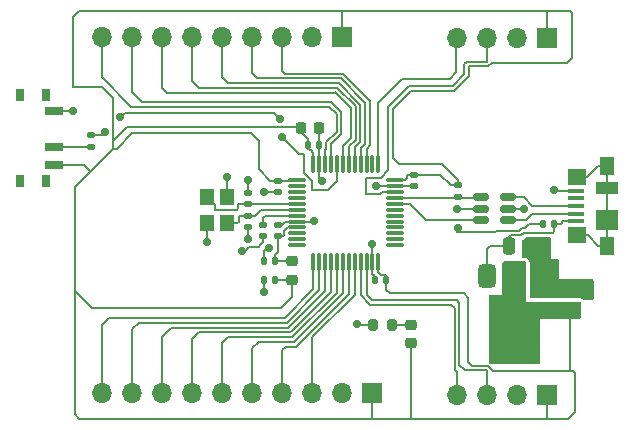
<source format=gbr>
%TF.GenerationSoftware,KiCad,Pcbnew,8.0.5*%
%TF.CreationDate,2024-10-20T15:16:03+03:00*%
%TF.ProjectId,FirstTrace,46697273-7454-4726-9163-652e6b696361,rev?*%
%TF.SameCoordinates,Original*%
%TF.FileFunction,Copper,L1,Top*%
%TF.FilePolarity,Positive*%
%FSLAX46Y46*%
G04 Gerber Fmt 4.6, Leading zero omitted, Abs format (unit mm)*
G04 Created by KiCad (PCBNEW 8.0.5) date 2024-10-20 15:16:03*
%MOMM*%
%LPD*%
G01*
G04 APERTURE LIST*
G04 Aperture macros list*
%AMRoundRect*
0 Rectangle with rounded corners*
0 $1 Rounding radius*
0 $2 $3 $4 $5 $6 $7 $8 $9 X,Y pos of 4 corners*
0 Add a 4 corners polygon primitive as box body*
4,1,4,$2,$3,$4,$5,$6,$7,$8,$9,$2,$3,0*
0 Add four circle primitives for the rounded corners*
1,1,$1+$1,$2,$3*
1,1,$1+$1,$4,$5*
1,1,$1+$1,$6,$7*
1,1,$1+$1,$8,$9*
0 Add four rect primitives between the rounded corners*
20,1,$1+$1,$2,$3,$4,$5,0*
20,1,$1+$1,$4,$5,$6,$7,0*
20,1,$1+$1,$6,$7,$8,$9,0*
20,1,$1+$1,$8,$9,$2,$3,0*%
G04 Aperture macros list end*
%TA.AperFunction,SMDPad,CuDef*%
%ADD10RoundRect,0.140000X-0.170000X0.140000X-0.170000X-0.140000X0.170000X-0.140000X0.170000X0.140000X0*%
%TD*%
%TA.AperFunction,SMDPad,CuDef*%
%ADD11R,0.800000X1.000000*%
%TD*%
%TA.AperFunction,SMDPad,CuDef*%
%ADD12R,1.500000X0.700000*%
%TD*%
%TA.AperFunction,ComponentPad*%
%ADD13R,1.700000X1.700000*%
%TD*%
%TA.AperFunction,ComponentPad*%
%ADD14O,1.700000X1.700000*%
%TD*%
%TA.AperFunction,SMDPad,CuDef*%
%ADD15RoundRect,0.375000X-0.375000X0.625000X-0.375000X-0.625000X0.375000X-0.625000X0.375000X0.625000X0*%
%TD*%
%TA.AperFunction,SMDPad,CuDef*%
%ADD16RoundRect,0.500000X-1.400000X0.500000X-1.400000X-0.500000X1.400000X-0.500000X1.400000X0.500000X0*%
%TD*%
%TA.AperFunction,SMDPad,CuDef*%
%ADD17R,1.200000X1.400000*%
%TD*%
%TA.AperFunction,SMDPad,CuDef*%
%ADD18RoundRect,0.250000X0.475000X-0.250000X0.475000X0.250000X-0.475000X0.250000X-0.475000X-0.250000X0*%
%TD*%
%TA.AperFunction,SMDPad,CuDef*%
%ADD19RoundRect,0.135000X-0.185000X0.135000X-0.185000X-0.135000X0.185000X-0.135000X0.185000X0.135000X0*%
%TD*%
%TA.AperFunction,SMDPad,CuDef*%
%ADD20RoundRect,0.218750X-0.256250X0.218750X-0.256250X-0.218750X0.256250X-0.218750X0.256250X0.218750X0*%
%TD*%
%TA.AperFunction,SMDPad,CuDef*%
%ADD21RoundRect,0.200000X0.200000X0.275000X-0.200000X0.275000X-0.200000X-0.275000X0.200000X-0.275000X0*%
%TD*%
%TA.AperFunction,SMDPad,CuDef*%
%ADD22RoundRect,0.150000X-0.512500X-0.150000X0.512500X-0.150000X0.512500X0.150000X-0.512500X0.150000X0*%
%TD*%
%TA.AperFunction,SMDPad,CuDef*%
%ADD23RoundRect,0.140000X0.140000X0.170000X-0.140000X0.170000X-0.140000X-0.170000X0.140000X-0.170000X0*%
%TD*%
%TA.AperFunction,SMDPad,CuDef*%
%ADD24R,1.380000X0.450000*%
%TD*%
%TA.AperFunction,SMDPad,CuDef*%
%ADD25R,1.300000X1.650000*%
%TD*%
%TA.AperFunction,SMDPad,CuDef*%
%ADD26R,1.550000X1.425000*%
%TD*%
%TA.AperFunction,SMDPad,CuDef*%
%ADD27R,1.900000X1.800000*%
%TD*%
%TA.AperFunction,SMDPad,CuDef*%
%ADD28R,1.900000X1.000000*%
%TD*%
%TA.AperFunction,SMDPad,CuDef*%
%ADD29RoundRect,0.075000X-0.662500X-0.075000X0.662500X-0.075000X0.662500X0.075000X-0.662500X0.075000X0*%
%TD*%
%TA.AperFunction,SMDPad,CuDef*%
%ADD30RoundRect,0.075000X-0.075000X-0.662500X0.075000X-0.662500X0.075000X0.662500X-0.075000X0.662500X0*%
%TD*%
%TA.AperFunction,SMDPad,CuDef*%
%ADD31RoundRect,0.140000X0.170000X-0.140000X0.170000X0.140000X-0.170000X0.140000X-0.170000X-0.140000X0*%
%TD*%
%TA.AperFunction,SMDPad,CuDef*%
%ADD32RoundRect,0.140000X-0.140000X-0.170000X0.140000X-0.170000X0.140000X0.170000X-0.140000X0.170000X0*%
%TD*%
%TA.AperFunction,SMDPad,CuDef*%
%ADD33RoundRect,0.225000X-0.225000X-0.250000X0.225000X-0.250000X0.225000X0.250000X-0.225000X0.250000X0*%
%TD*%
%TA.AperFunction,SMDPad,CuDef*%
%ADD34RoundRect,0.135000X0.185000X-0.135000X0.185000X0.135000X-0.185000X0.135000X-0.185000X-0.135000X0*%
%TD*%
%TA.AperFunction,SMDPad,CuDef*%
%ADD35RoundRect,0.250000X-0.250000X-0.475000X0.250000X-0.475000X0.250000X0.475000X-0.250000X0.475000X0*%
%TD*%
%TA.AperFunction,SMDPad,CuDef*%
%ADD36RoundRect,0.147500X0.147500X0.172500X-0.147500X0.172500X-0.147500X-0.172500X0.147500X-0.172500X0*%
%TD*%
%TA.AperFunction,ViaPad*%
%ADD37C,0.700000*%
%TD*%
%TA.AperFunction,Conductor*%
%ADD38C,0.200000*%
%TD*%
G04 APERTURE END LIST*
D10*
%TO.P,C1,1*%
%TO.N,+3.3V*%
X156580000Y-96840000D03*
%TO.P,C1,2*%
%TO.N,GND*%
X156580000Y-97800000D03*
%TD*%
D11*
%TO.P,SW1,*%
%TO.N,*%
X136965000Y-89580000D03*
X134755000Y-89580000D03*
X136965000Y-96880000D03*
X134755000Y-96880000D03*
D12*
%TO.P,SW1,1,A*%
%TO.N,GND*%
X137615000Y-90980000D03*
%TO.P,SW1,2,B*%
%TO.N,/SW_BOOT0*%
X137615000Y-93980000D03*
%TO.P,SW1,3,C*%
%TO.N,+3.3V*%
X137615000Y-95480000D03*
%TD*%
D13*
%TO.P,J3,1,Pin_1*%
%TO.N,+3.3V*%
X162060000Y-84720000D03*
D14*
%TO.P,J3,2,Pin_2*%
%TO.N,GND*%
X159520000Y-84720000D03*
%TO.P,J3,3,Pin_3*%
%TO.N,PB3*%
X156980000Y-84720000D03*
%TO.P,J3,4,Pin_4*%
%TO.N,PB4*%
X154440000Y-84720000D03*
%TO.P,J3,5,Pin_5*%
%TO.N,PB5*%
X151900000Y-84720000D03*
%TO.P,J3,6,Pin_6*%
%TO.N,PB6*%
X149360000Y-84720000D03*
%TO.P,J3,7,Pin_7*%
%TO.N,PB7*%
X146820000Y-84720000D03*
%TO.P,J3,8,Pin_8*%
%TO.N,PB8*%
X144280000Y-84720000D03*
%TO.P,J3,9,Pin_9*%
%TO.N,PB9*%
X141740000Y-84720000D03*
%TD*%
D15*
%TO.P,U3,1,GND*%
%TO.N,GND*%
X178930000Y-104890000D03*
%TO.P,U3,2,VO*%
%TO.N,+3.3V*%
X176630000Y-104890000D03*
D16*
X176630000Y-111190000D03*
D15*
%TO.P,U3,3,VI*%
%TO.N,VBUS*%
X174330000Y-104890000D03*
%TD*%
D17*
%TO.P,Y1,1,1*%
%TO.N,/HSE_IN*%
X150600000Y-98210000D03*
%TO.P,Y1,2,2*%
%TO.N,GND*%
X150600000Y-100410000D03*
%TO.P,Y1,3,3*%
%TO.N,/HSE_OUT*%
X152300000Y-100410000D03*
%TO.P,Y1,4,4*%
%TO.N,GND*%
X152300000Y-98210000D03*
%TD*%
D18*
%TO.P,C13,1*%
%TO.N,+3.3V*%
X181350000Y-108000000D03*
%TO.P,C13,2*%
%TO.N,GND*%
X181350000Y-106100000D03*
%TD*%
D19*
%TO.P,R2,1*%
%TO.N,+3.3V*%
X171840000Y-97250000D03*
%TO.P,R2,2*%
%TO.N,USB_D+*%
X171840000Y-98270000D03*
%TD*%
D20*
%TO.P,FB1,1*%
%TO.N,+3.3VA*%
X157790000Y-103672500D03*
%TO.P,FB1,2*%
%TO.N,+3.3V*%
X157790000Y-105247500D03*
%TD*%
D21*
%TO.P,R3,1*%
%TO.N,Net-(D1-K)*%
X166300000Y-109030000D03*
%TO.P,R3,2*%
%TO.N,GND*%
X164650000Y-109030000D03*
%TD*%
D22*
%TO.P,U2,1,I/O1*%
%TO.N,USB_D+*%
X173792500Y-98270000D03*
%TO.P,U2,2,GND*%
%TO.N,+5V*%
X173792500Y-99220000D03*
%TO.P,U2,3,I/O2*%
%TO.N,USB_D-*%
X173792500Y-100170000D03*
%TO.P,U2,4,I/O2*%
%TO.N,D-*%
X176067500Y-100170000D03*
%TO.P,U2,5,VBUS*%
%TO.N,GND*%
X176067500Y-99220000D03*
%TO.P,U2,6,I/O1*%
%TO.N,D+*%
X176067500Y-98270000D03*
%TD*%
D23*
%TO.P,C10,1*%
%TO.N,+3.3VA*%
X156400000Y-103670000D03*
%TO.P,C10,2*%
%TO.N,GND*%
X155440000Y-103670000D03*
%TD*%
D20*
%TO.P,D1,1,K*%
%TO.N,Net-(D1-K)*%
X167870000Y-109050000D03*
%TO.P,D1,2,A*%
%TO.N,+3.3V*%
X167870000Y-110625000D03*
%TD*%
D24*
%TO.P,J1,1,VBUS*%
%TO.N,VBUS*%
X181805000Y-100302500D03*
%TO.P,J1,2,D-*%
%TO.N,D-*%
X181805000Y-99652500D03*
%TO.P,J1,3,D+*%
%TO.N,D+*%
X181805000Y-99002500D03*
%TO.P,J1,4,ID*%
%TO.N,unconnected-(J1-ID-Pad4)*%
X181805000Y-98352500D03*
%TO.P,J1,5,GND*%
%TO.N,GND*%
X181805000Y-97702500D03*
D25*
%TO.P,J1,6,Shield*%
%TO.N,unconnected-(J1-Shield-Pad6)_2*%
X184465000Y-102377500D03*
D26*
X181890000Y-101490000D03*
D27*
X184465000Y-100152500D03*
D28*
X184465000Y-97452500D03*
D26*
X181890000Y-96515000D03*
D25*
X184465000Y-95627500D03*
%TD*%
D29*
%TO.P,U1,1,VBAT*%
%TO.N,+3.3V*%
X158197500Y-96810000D03*
%TO.P,U1,2,PC13*%
%TO.N,unconnected-(U1-PC13-Pad2)*%
X158197500Y-97310000D03*
%TO.P,U1,3,PC14*%
%TO.N,unconnected-(U1-PC14-Pad3)*%
X158197500Y-97810000D03*
%TO.P,U1,4,PC15*%
%TO.N,unconnected-(U1-PC15-Pad4)*%
X158197500Y-98310000D03*
%TO.P,U1,5,PD0*%
%TO.N,/HSE_IN*%
X158197500Y-98810000D03*
%TO.P,U1,6,PD1*%
%TO.N,/HSE_OUT*%
X158197500Y-99310000D03*
%TO.P,U1,7,NRST*%
%TO.N,/NRST*%
X158197500Y-99810000D03*
%TO.P,U1,8,VSSA*%
%TO.N,GND*%
X158197500Y-100310000D03*
%TO.P,U1,9,VDDA*%
%TO.N,+3.3VA*%
X158197500Y-100810000D03*
%TO.P,U1,10,PA0*%
%TO.N,unconnected-(U1-PA0-Pad10)*%
X158197500Y-101310000D03*
%TO.P,U1,11,PA1*%
%TO.N,unconnected-(U1-PA1-Pad11)*%
X158197500Y-101810000D03*
%TO.P,U1,12,PA2*%
%TO.N,unconnected-(U1-PA2-Pad12)*%
X158197500Y-102310000D03*
D30*
%TO.P,U1,13,PA3*%
%TO.N,PA3*%
X159610000Y-103722500D03*
%TO.P,U1,14,PA4*%
%TO.N,PA4*%
X160110000Y-103722500D03*
%TO.P,U1,15,PA5*%
%TO.N,PA5*%
X160610000Y-103722500D03*
%TO.P,U1,16,PA6*%
%TO.N,PA6*%
X161110000Y-103722500D03*
%TO.P,U1,17,PA7*%
%TO.N,PA7*%
X161610000Y-103722500D03*
%TO.P,U1,18,PB0*%
%TO.N,PB0*%
X162110000Y-103722500D03*
%TO.P,U1,19,PB1*%
%TO.N,PB1*%
X162610000Y-103722500D03*
%TO.P,U1,20,PB2*%
%TO.N,PB2*%
X163110000Y-103722500D03*
%TO.P,U1,21,PB10*%
%TO.N,PB10*%
X163610000Y-103722500D03*
%TO.P,U1,22,PB11*%
%TO.N,PB11*%
X164110000Y-103722500D03*
%TO.P,U1,23,VSS*%
%TO.N,GND*%
X164610000Y-103722500D03*
%TO.P,U1,24,VDD*%
%TO.N,+3.3V*%
X165110000Y-103722500D03*
D29*
%TO.P,U1,25,PB12*%
%TO.N,unconnected-(U1-PB12-Pad25)*%
X166522500Y-102310000D03*
%TO.P,U1,26,PB13*%
%TO.N,unconnected-(U1-PB13-Pad26)*%
X166522500Y-101810000D03*
%TO.P,U1,27,PB14*%
%TO.N,unconnected-(U1-PB14-Pad27)*%
X166522500Y-101310000D03*
%TO.P,U1,28,PB15*%
%TO.N,unconnected-(U1-PB15-Pad28)*%
X166522500Y-100810000D03*
%TO.P,U1,29,PA8*%
%TO.N,unconnected-(U1-PA8-Pad29)*%
X166522500Y-100310000D03*
%TO.P,U1,30,PA9*%
%TO.N,unconnected-(U1-PA9-Pad30)*%
X166522500Y-99810000D03*
%TO.P,U1,31,PA10*%
%TO.N,unconnected-(U1-PA10-Pad31)*%
X166522500Y-99310000D03*
%TO.P,U1,32,PA11*%
%TO.N,USB_D-*%
X166522500Y-98810000D03*
%TO.P,U1,33,PA12*%
%TO.N,USB_D+*%
X166522500Y-98310000D03*
%TO.P,U1,34,PA13*%
%TO.N,SWDIO*%
X166522500Y-97810000D03*
%TO.P,U1,35,VSS*%
%TO.N,GND*%
X166522500Y-97310000D03*
%TO.P,U1,36,VDD*%
%TO.N,+3.3V*%
X166522500Y-96810000D03*
D30*
%TO.P,U1,37,PA14*%
%TO.N,SWCLK*%
X165110000Y-95397500D03*
%TO.P,U1,38,PA15*%
%TO.N,unconnected-(U1-PA15-Pad38)*%
X164610000Y-95397500D03*
%TO.P,U1,39,PB3*%
%TO.N,PB3*%
X164110000Y-95397500D03*
%TO.P,U1,40,PB4*%
%TO.N,PB4*%
X163610000Y-95397500D03*
%TO.P,U1,41,PB5*%
%TO.N,PB5*%
X163110000Y-95397500D03*
%TO.P,U1,42,PB6*%
%TO.N,PB6*%
X162610000Y-95397500D03*
%TO.P,U1,43,PB7*%
%TO.N,PB7*%
X162110000Y-95397500D03*
%TO.P,U1,44,BOOT0*%
%TO.N,/BOOT0*%
X161610000Y-95397500D03*
%TO.P,U1,45,PB8*%
%TO.N,PB8*%
X161110000Y-95397500D03*
%TO.P,U1,46,PB9*%
%TO.N,PB9*%
X160610000Y-95397500D03*
%TO.P,U1,47,VSS*%
%TO.N,GND*%
X160110000Y-95397500D03*
%TO.P,U1,48,VDD*%
%TO.N,+3.3V*%
X159610000Y-95397500D03*
%TD*%
D23*
%TO.P,C11,1*%
%TO.N,+3.3V*%
X156400000Y-105240000D03*
%TO.P,C11,2*%
%TO.N,GND*%
X155440000Y-105240000D03*
%TD*%
D13*
%TO.P,J4,1,Pin_1*%
%TO.N,+3.3V*%
X179350000Y-114980000D03*
D14*
%TO.P,J4,2,Pin_2*%
%TO.N,GND*%
X176810000Y-114980000D03*
%TO.P,J4,3,Pin_3*%
%TO.N,PB11*%
X174270000Y-114980000D03*
%TO.P,J4,4,Pin_4*%
%TO.N,PB10*%
X171730000Y-114980000D03*
%TD*%
D31*
%TO.P,C7,1*%
%TO.N,/HSE_IN*%
X154080000Y-98850000D03*
%TO.P,C7,2*%
%TO.N,GND*%
X154080000Y-97890000D03*
%TD*%
D10*
%TO.P,C3,1*%
%TO.N,+3.3V*%
X168120000Y-96370000D03*
%TO.P,C3,2*%
%TO.N,GND*%
X168120000Y-97330000D03*
%TD*%
D32*
%TO.P,C4,1*%
%TO.N,+3.3V*%
X159160000Y-93800000D03*
%TO.P,C4,2*%
%TO.N,GND*%
X160120000Y-93800000D03*
%TD*%
D33*
%TO.P,C5,1*%
%TO.N,+3.3V*%
X158560000Y-92430000D03*
%TO.P,C5,2*%
%TO.N,GND*%
X160110000Y-92430000D03*
%TD*%
D10*
%TO.P,C8,1*%
%TO.N,/HSE_OUT*%
X154110000Y-99800000D03*
%TO.P,C8,2*%
%TO.N,GND*%
X154110000Y-100760000D03*
%TD*%
D34*
%TO.P,R1,1*%
%TO.N,/SW_BOOT0*%
X140770000Y-93980000D03*
%TO.P,R1,2*%
%TO.N,/BOOT0*%
X140770000Y-92960000D03*
%TD*%
D31*
%TO.P,C9,1*%
%TO.N,+3.3VA*%
X156610000Y-101560000D03*
%TO.P,C9,2*%
%TO.N,GND*%
X156610000Y-100600000D03*
%TD*%
D35*
%TO.P,C12,1*%
%TO.N,VBUS*%
X176190000Y-102410000D03*
%TO.P,C12,2*%
%TO.N,GND*%
X178090000Y-102410000D03*
%TD*%
D13*
%TO.P,J2,1,Pin_1*%
%TO.N,+3.3V*%
X179350000Y-84730000D03*
D14*
%TO.P,J2,2,Pin_2*%
%TO.N,GND*%
X176810000Y-84730000D03*
%TO.P,J2,3,Pin_3*%
%TO.N,SWDIO*%
X174270000Y-84730000D03*
%TO.P,J2,4,Pin_4*%
%TO.N,SWCLK*%
X171730000Y-84730000D03*
%TD*%
D10*
%TO.P,C6,1*%
%TO.N,/NRST*%
X155380000Y-100580000D03*
%TO.P,C6,2*%
%TO.N,GND*%
X155380000Y-101540000D03*
%TD*%
D36*
%TO.P,F1,1*%
%TO.N,VBUS*%
X180010000Y-100490000D03*
%TO.P,F1,2*%
%TO.N,+5V*%
X179040000Y-100490000D03*
%TD*%
D13*
%TO.P,J5,1,Pin_1*%
%TO.N,+3.3V*%
X164610000Y-114830000D03*
D14*
%TO.P,J5,2,Pin_2*%
%TO.N,GND*%
X162070000Y-114830000D03*
%TO.P,J5,3,Pin_3*%
%TO.N,PB2*%
X159530000Y-114830000D03*
%TO.P,J5,4,Pin_4*%
%TO.N,PB1*%
X156990000Y-114830000D03*
%TO.P,J5,5,Pin_5*%
%TO.N,PB0*%
X154450000Y-114830000D03*
%TO.P,J5,6,Pin_6*%
%TO.N,PA7*%
X151910000Y-114830000D03*
%TO.P,J5,7,Pin_7*%
%TO.N,PA6*%
X149370000Y-114830000D03*
%TO.P,J5,8,Pin_8*%
%TO.N,PA5*%
X146830000Y-114830000D03*
%TO.P,J5,9,Pin_9*%
%TO.N,PA4*%
X144290000Y-114830000D03*
%TO.P,J5,10,Pin_10*%
%TO.N,PA3*%
X141750000Y-114830000D03*
%TD*%
D23*
%TO.P,C2,1*%
%TO.N,+3.3V*%
X165800000Y-105260000D03*
%TO.P,C2,2*%
%TO.N,GND*%
X164840000Y-105260000D03*
%TD*%
D37*
%TO.N,GND*%
X179440000Y-106400000D03*
X179360000Y-102770000D03*
X180020000Y-97680000D03*
X153580000Y-102810000D03*
X179340000Y-102040000D03*
X163340000Y-109020000D03*
X152310000Y-96540000D03*
X164930000Y-97320000D03*
X177440380Y-99209620D03*
X154110000Y-101780000D03*
X155430000Y-97800000D03*
X164590000Y-102240000D03*
X150630000Y-102050000D03*
X139250000Y-90970000D03*
X178660000Y-106410000D03*
X182880000Y-106110000D03*
X155430000Y-106310000D03*
X159670000Y-100300000D03*
X160370000Y-96880000D03*
X155860000Y-102560000D03*
X154070000Y-96820000D03*
%TO.N,/BOOT0*%
X141980000Y-92770000D03*
X156820000Y-91640000D03*
X156990000Y-93170000D03*
X143280000Y-91490000D03*
%TO.N,+5V*%
X171810000Y-99270000D03*
X171820000Y-100820000D03*
%TD*%
D38*
%TO.N,+3.3V*%
X139760000Y-116990000D02*
X139400000Y-116630000D01*
X172740000Y-111670000D02*
X172740000Y-112240000D01*
X174715685Y-86880000D02*
X181050000Y-86880000D01*
X167600000Y-96370000D02*
X167560000Y-96410000D01*
X142630000Y-94170000D02*
X142630000Y-93470000D01*
X159420000Y-94290000D02*
X159310000Y-94290000D01*
X181780000Y-116420000D02*
X181210000Y-116990000D01*
X167720000Y-116990000D02*
X164580000Y-116990000D01*
X155970000Y-96840000D02*
X155030000Y-95900000D01*
X156840000Y-107620000D02*
X140830000Y-107620000D01*
X171230000Y-97250000D02*
X170350000Y-96370000D01*
X167872843Y-89242843D02*
X171542843Y-89242843D01*
X142950000Y-94170000D02*
X142630000Y-94170000D01*
X167560000Y-96600000D02*
X167350000Y-96810000D01*
X139780000Y-82480000D02*
X162020000Y-82480000D01*
X171840000Y-96790000D02*
X170470000Y-95420000D01*
X139240000Y-83020000D02*
X139780000Y-82480000D01*
X179350000Y-82670000D02*
X179350000Y-84730000D01*
X181350000Y-112930000D02*
X181610000Y-112930000D01*
X166100000Y-106370000D02*
X172340000Y-106370000D01*
X158850000Y-92290000D02*
X143810000Y-92290000D01*
X168170000Y-116990000D02*
X167890000Y-116990000D01*
X140690000Y-95990000D02*
X140180000Y-95480000D01*
X165800000Y-105260000D02*
X165800000Y-106070000D01*
X167890000Y-116990000D02*
X167720000Y-116990000D01*
X166850000Y-95420000D02*
X166370000Y-94940000D01*
X174435685Y-87160000D02*
X174715685Y-86880000D01*
X181350000Y-112510000D02*
X181350000Y-112770000D01*
X172790000Y-87995686D02*
X172790000Y-87180000D01*
X179340000Y-116990000D02*
X168170000Y-116990000D01*
X171840000Y-97250000D02*
X171840000Y-96790000D01*
X181490000Y-82630000D02*
X181340000Y-82480000D01*
X165800000Y-106070000D02*
X166100000Y-106370000D01*
X171542843Y-89242843D02*
X172790000Y-87995686D01*
X172810000Y-87160000D02*
X174435685Y-87160000D01*
X140180000Y-95480000D02*
X139390000Y-95480000D01*
X165110000Y-104593866D02*
X165336134Y-104820000D01*
X162020000Y-82480000D02*
X179380000Y-82480000D01*
X154330000Y-92830000D02*
X144290000Y-92830000D01*
X170470000Y-95420000D02*
X166850000Y-95420000D01*
X144290000Y-92830000D02*
X142950000Y-94170000D01*
X162060000Y-84720000D02*
X162060000Y-82520000D01*
X181050000Y-86880000D02*
X181490000Y-86440000D01*
X165740000Y-104820000D02*
X165800000Y-104880000D01*
X158167500Y-96840000D02*
X158197500Y-96810000D01*
X167560000Y-96410000D02*
X167560000Y-96600000D01*
X164610000Y-116860000D02*
X164610000Y-114830000D01*
X155030000Y-93530000D02*
X154330000Y-92830000D01*
X181210000Y-116990000D02*
X179340000Y-116990000D01*
X172730000Y-106760000D02*
X172730000Y-111660000D01*
X179380000Y-82640000D02*
X179350000Y-82670000D01*
X172340000Y-106370000D02*
X172730000Y-106760000D01*
X170350000Y-96370000D02*
X168120000Y-96370000D01*
X173010000Y-112510000D02*
X174395686Y-112510000D01*
X159160000Y-93800000D02*
X159160000Y-93350000D01*
X139400000Y-116630000D02*
X139400000Y-106190000D01*
X181490000Y-86440000D02*
X181490000Y-82630000D01*
X156580000Y-96840000D02*
X155970000Y-96840000D01*
X159310000Y-94290000D02*
X159160000Y-94140000D01*
X140810000Y-95990000D02*
X140690000Y-95990000D01*
X140830000Y-107620000D02*
X139400000Y-106190000D01*
X139400000Y-97400000D02*
X140810000Y-95990000D01*
X164580000Y-116990000D02*
X139760000Y-116990000D01*
X162060000Y-82520000D02*
X162020000Y-82480000D01*
X156400000Y-105240000D02*
X157782500Y-105240000D01*
X157790000Y-105247500D02*
X157790000Y-106670000D01*
X181340000Y-82480000D02*
X179380000Y-82480000D01*
X181350000Y-112770000D02*
X181350000Y-112930000D01*
X168120000Y-96370000D02*
X167600000Y-96370000D01*
X142630000Y-94170000D02*
X140810000Y-95990000D01*
X142630000Y-89890000D02*
X141680000Y-88940000D01*
X155030000Y-95900000D02*
X155030000Y-93530000D01*
X159610000Y-95397500D02*
X159610000Y-94480000D01*
X172740000Y-112240000D02*
X173010000Y-112510000D01*
X157782500Y-105240000D02*
X157790000Y-105247500D01*
X165800000Y-104880000D02*
X165800000Y-105260000D01*
X156580000Y-96840000D02*
X158167500Y-96840000D01*
X164580000Y-116890000D02*
X164610000Y-116860000D01*
X167350000Y-96810000D02*
X166522500Y-96810000D01*
X137615000Y-95480000D02*
X139390000Y-95480000D01*
X179350000Y-114980000D02*
X179350000Y-116980000D01*
X157790000Y-106670000D02*
X156840000Y-107620000D01*
X139240000Y-88940000D02*
X139240000Y-83020000D01*
X165110000Y-103722500D02*
X165110000Y-104593866D01*
X139400000Y-106190000D02*
X139400000Y-97400000D01*
X167870000Y-110625000D02*
X167870000Y-116970000D01*
X142630000Y-93470000D02*
X142630000Y-89890000D01*
X174395686Y-112510000D02*
X174815686Y-112930000D01*
X181780000Y-113100000D02*
X181780000Y-116420000D01*
X181610000Y-112930000D02*
X181780000Y-113100000D01*
X166370000Y-90745686D02*
X167872843Y-89242843D01*
X158560000Y-92750000D02*
X158560000Y-92430000D01*
X159160000Y-93350000D02*
X158560000Y-92750000D01*
X171840000Y-97250000D02*
X171230000Y-97250000D01*
X172730000Y-111660000D02*
X172740000Y-111670000D01*
X172790000Y-87180000D02*
X172810000Y-87160000D01*
X165336134Y-104820000D02*
X165740000Y-104820000D01*
X181350000Y-108000000D02*
X181350000Y-112510000D01*
X159610000Y-94480000D02*
X159420000Y-94290000D01*
X179350000Y-116980000D02*
X179340000Y-116990000D01*
X174815686Y-112930000D02*
X181350000Y-112930000D01*
X141680000Y-88940000D02*
X139240000Y-88940000D01*
X167870000Y-116970000D02*
X167890000Y-116990000D01*
X179380000Y-82480000D02*
X179380000Y-82640000D01*
X164580000Y-116990000D02*
X164580000Y-116890000D01*
X166370000Y-94940000D02*
X166370000Y-90745686D01*
X143810000Y-92290000D02*
X142630000Y-93470000D01*
X159160000Y-94140000D02*
X159160000Y-93800000D01*
%TO.N,GND*%
X150610000Y-101810000D02*
X150610000Y-102030000D01*
X137615000Y-90980000D02*
X139240000Y-90980000D01*
X155440000Y-102830000D02*
X155430000Y-102820000D01*
X155440000Y-106300000D02*
X155430000Y-106310000D01*
X154080000Y-97890000D02*
X154080000Y-97080000D01*
X150600000Y-100410000D02*
X150600000Y-101800000D01*
X155380000Y-102040000D02*
X155120000Y-102300000D01*
X152300000Y-96550000D02*
X152310000Y-96540000D01*
X160110000Y-95397500D02*
X160110000Y-93810000D01*
X154110000Y-100760000D02*
X154110000Y-101780000D01*
X180042500Y-97702500D02*
X180020000Y-97680000D01*
X164610000Y-103722500D02*
X164610000Y-104730000D01*
X160120000Y-93800000D02*
X160120000Y-93280000D01*
X154070000Y-97070000D02*
X154070000Y-96820000D01*
X163350000Y-109030000D02*
X163340000Y-109020000D01*
X168120000Y-97330000D02*
X166542500Y-97330000D01*
X155440000Y-105240000D02*
X155440000Y-106300000D01*
X156940000Y-100600000D02*
X157230000Y-100310000D01*
X176067500Y-99220000D02*
X177430000Y-99220000D01*
X160110000Y-93810000D02*
X160120000Y-93800000D01*
X150600000Y-101800000D02*
X150610000Y-101810000D01*
X164610000Y-102260000D02*
X164590000Y-102240000D01*
X164840000Y-104960000D02*
X164840000Y-105260000D01*
X152300000Y-98210000D02*
X152300000Y-96690000D01*
X155610000Y-97800000D02*
X155430000Y-97800000D01*
X155120000Y-102300000D02*
X154980000Y-102440000D01*
X164940000Y-97310000D02*
X164930000Y-97320000D01*
X156580000Y-97800000D02*
X155610000Y-97800000D01*
X153830000Y-102810000D02*
X153580000Y-102810000D01*
X154200000Y-102440000D02*
X153830000Y-102810000D01*
X155380000Y-101540000D02*
X155380000Y-102040000D01*
X166522500Y-97310000D02*
X164940000Y-97310000D01*
X157230000Y-100310000D02*
X158197500Y-100310000D01*
X164610000Y-103722500D02*
X164610000Y-102260000D01*
X139240000Y-90980000D02*
X139250000Y-90970000D01*
X154980000Y-102440000D02*
X154200000Y-102440000D01*
X177430000Y-99220000D02*
X177440380Y-99209620D01*
X164620000Y-103732500D02*
X164610000Y-103722500D01*
X164610000Y-104730000D02*
X164840000Y-104960000D01*
X160110000Y-96620000D02*
X160370000Y-96880000D01*
X150610000Y-102030000D02*
X150630000Y-102050000D01*
X166542500Y-97330000D02*
X166522500Y-97310000D01*
X155440000Y-103670000D02*
X155440000Y-102830000D01*
X155430000Y-102820000D02*
X155690000Y-102560000D01*
X154080000Y-97080000D02*
X154070000Y-97070000D01*
X158197500Y-100310000D02*
X159660000Y-100310000D01*
X164650000Y-109030000D02*
X163350000Y-109030000D01*
X155690000Y-102560000D02*
X155860000Y-102560000D01*
X152300000Y-96690000D02*
X152300000Y-96550000D01*
X160110000Y-95397500D02*
X160110000Y-96620000D01*
X156610000Y-100600000D02*
X156940000Y-100600000D01*
X160120000Y-93280000D02*
X160110000Y-93270000D01*
X159660000Y-100310000D02*
X159670000Y-100300000D01*
X160110000Y-93270000D02*
X160110000Y-92430000D01*
X181805000Y-97702500D02*
X180042500Y-97702500D01*
%TO.N,/NRST*%
X155550000Y-99810000D02*
X155380000Y-99980000D01*
X158197500Y-99810000D02*
X155550000Y-99810000D01*
X155380000Y-99980000D02*
X155380000Y-100580000D01*
%TO.N,/HSE_IN*%
X151260000Y-99290000D02*
X151260000Y-98870000D01*
X154080000Y-98850000D02*
X153230000Y-98850000D01*
X153230000Y-98850000D02*
X153230000Y-99180000D01*
X158197500Y-98810000D02*
X154120000Y-98810000D01*
X154120000Y-98810000D02*
X154080000Y-98850000D01*
X151260000Y-98870000D02*
X150600000Y-98210000D01*
X153120000Y-99290000D02*
X151260000Y-99290000D01*
X153230000Y-99180000D02*
X153120000Y-99290000D01*
%TO.N,/HSE_OUT*%
X154670000Y-99800000D02*
X154110000Y-99800000D01*
X153160000Y-100410000D02*
X152300000Y-100410000D01*
X153180000Y-100430000D02*
X153160000Y-100410000D01*
X154110000Y-99800000D02*
X153350000Y-99800000D01*
X158197500Y-99310000D02*
X155160000Y-99310000D01*
X153290000Y-99860000D02*
X153290000Y-100320000D01*
X153290000Y-100320000D02*
X153180000Y-100430000D01*
X155160000Y-99310000D02*
X154670000Y-99800000D01*
X153350000Y-99800000D02*
X153290000Y-99860000D01*
%TO.N,+3.3VA*%
X156610000Y-101560000D02*
X157010000Y-101560000D01*
X157427590Y-100810000D02*
X158197500Y-100810000D01*
X156610000Y-102910000D02*
X156610000Y-101560000D01*
X156400000Y-103120000D02*
X156610000Y-102910000D01*
X156400000Y-103670000D02*
X156400000Y-103120000D01*
X157010000Y-101560000D02*
X157160000Y-101410000D01*
X157160000Y-101077590D02*
X157427590Y-100810000D01*
X156400000Y-103670000D02*
X157787500Y-103670000D01*
X157160000Y-101410000D02*
X157160000Y-101077590D01*
X157787500Y-103670000D02*
X157790000Y-103672500D01*
%TO.N,VBUS*%
X179990000Y-101120000D02*
X179870000Y-101240000D01*
X174330000Y-102630000D02*
X174330000Y-104890000D01*
X181805000Y-100302500D02*
X180727500Y-100302500D01*
X180010000Y-101090000D02*
X179990000Y-101110000D01*
X179990000Y-101110000D02*
X179990000Y-101120000D01*
X177195686Y-101480000D02*
X176350000Y-101480000D01*
X176190000Y-101640000D02*
X176190000Y-102410000D01*
X176190000Y-102410000D02*
X174550000Y-102410000D01*
X180540000Y-100490000D02*
X180010000Y-100490000D01*
X180727500Y-100302500D02*
X180540000Y-100490000D01*
X177435686Y-101240000D02*
X177195686Y-101480000D01*
X180010000Y-100490000D02*
X180010000Y-101090000D01*
X179870000Y-101240000D02*
X177435686Y-101240000D01*
X174550000Y-102410000D02*
X174330000Y-102630000D01*
X176350000Y-101480000D02*
X176190000Y-101640000D01*
%TO.N,Net-(D1-K)*%
X167850000Y-109030000D02*
X167870000Y-109050000D01*
X166320000Y-109050000D02*
X166300000Y-109030000D01*
X166300000Y-109030000D02*
X167850000Y-109030000D01*
%TO.N,D-*%
X176067500Y-100170000D02*
X177600000Y-100170000D01*
X177600000Y-100170000D02*
X178117500Y-99652500D01*
X178117500Y-99652500D02*
X181805000Y-99652500D01*
%TO.N,D+*%
X176067500Y-98270000D02*
X177420000Y-98270000D01*
X178152500Y-99002500D02*
X181805000Y-99002500D01*
X177420000Y-98270000D02*
X178152500Y-99002500D01*
%TO.N,SWDIO*%
X165270000Y-97970000D02*
X164090000Y-97970000D01*
X166522500Y-97810000D02*
X165430000Y-97810000D01*
X164090000Y-97970000D02*
X164050000Y-97930000D01*
X172390000Y-86980000D02*
X172610000Y-86760000D01*
X164100000Y-96650000D02*
X165300000Y-96650000D01*
X165970000Y-95980000D02*
X165970000Y-90580000D01*
X165300000Y-96650000D02*
X165970000Y-95980000D01*
X171390000Y-88830000D02*
X172390000Y-87830000D01*
X172390000Y-87830000D02*
X172390000Y-86980000D01*
X167720000Y-88830000D02*
X171350000Y-88830000D01*
X165430000Y-97810000D02*
X165270000Y-97970000D01*
X164050000Y-97930000D02*
X164050000Y-96700000D01*
X172610000Y-86760000D02*
X174270000Y-86760000D01*
X174270000Y-86760000D02*
X174270000Y-84730000D01*
X164050000Y-96700000D02*
X164100000Y-96650000D01*
X165970000Y-90580000D02*
X167720000Y-88830000D01*
%TO.N,SWCLK*%
X171710000Y-84750000D02*
X171730000Y-84730000D01*
X171710000Y-87650000D02*
X171710000Y-84750000D01*
X165110000Y-95397500D02*
X165110000Y-90250000D01*
X171140000Y-88220000D02*
X171710000Y-87650000D01*
X165110000Y-90250000D02*
X167140000Y-88220000D01*
X167140000Y-88220000D02*
X171140000Y-88220000D01*
%TO.N,PB2*%
X159530000Y-110102744D02*
X159530000Y-114830000D01*
X163110000Y-106522744D02*
X159530000Y-110102744D01*
X163110000Y-103722500D02*
X163110000Y-106522744D01*
%TO.N,PB7*%
X162110000Y-95397500D02*
X162110000Y-93877506D01*
X162780000Y-93207506D02*
X162780000Y-90732942D01*
X161427058Y-89400000D02*
X147180000Y-89400000D01*
X162780000Y-90732942D02*
X161427058Y-89380000D01*
X146810000Y-84730000D02*
X146820000Y-84720000D01*
X162110000Y-93877506D02*
X162780000Y-93207506D01*
X147180000Y-89400000D02*
X146810000Y-89030000D01*
X146810000Y-89030000D02*
X146810000Y-84730000D01*
%TO.N,PB1*%
X162610000Y-106457058D02*
X158167058Y-110900000D01*
X156990000Y-111200000D02*
X156990000Y-114830000D01*
X158167058Y-110900000D02*
X157290000Y-110900000D01*
X157290000Y-110900000D02*
X156990000Y-111200000D01*
X162610000Y-103722500D02*
X162610000Y-106457058D01*
%TO.N,PB8*%
X161110001Y-94311820D02*
X161110001Y-93746134D01*
X161110001Y-93746134D02*
X161273068Y-93583068D01*
X145120000Y-90180000D02*
X144280000Y-89340000D01*
X161095686Y-90180000D02*
X145120000Y-90180000D01*
X144280000Y-89340000D02*
X144280000Y-84720000D01*
X161980000Y-91064314D02*
X161095686Y-90180000D01*
X161273068Y-93583068D02*
X161980000Y-92876136D01*
X161110000Y-94311820D02*
X161110001Y-94311820D01*
X161110000Y-95397500D02*
X161120000Y-95387500D01*
X161980000Y-92876136D02*
X161980000Y-91064314D01*
X161110000Y-95397500D02*
X161110000Y-94311820D01*
%TO.N,PB9*%
X141740000Y-88110000D02*
X141740000Y-84720000D01*
X144210000Y-90580000D02*
X141740000Y-88110000D01*
X160610000Y-95397500D02*
X160610000Y-94246135D01*
X160930000Y-90580000D02*
X144210000Y-90580000D01*
X160610000Y-94246135D02*
X160710001Y-94146134D01*
X161580000Y-91230000D02*
X160930000Y-90580000D01*
X161580000Y-92710450D02*
X161580000Y-91230000D01*
X160710001Y-94146134D02*
X160710000Y-93911819D01*
X160710000Y-93580450D02*
X161580000Y-92710450D01*
X160710000Y-93911819D02*
X160710000Y-93580450D01*
%TO.N,PB11*%
X164110000Y-106490000D02*
X164590000Y-106970000D01*
X164110000Y-103722500D02*
X164110000Y-106490000D01*
X171730000Y-106970000D02*
X171970000Y-107210000D01*
X164590000Y-106970000D02*
X171730000Y-106970000D01*
X171970000Y-112450000D02*
X172430000Y-112910000D01*
X171970000Y-107210000D02*
X171970000Y-112450000D01*
X174270000Y-112950000D02*
X174270000Y-114980000D01*
X172430000Y-112910000D02*
X174230000Y-112910000D01*
X174230000Y-112910000D02*
X174270000Y-112950000D01*
%TO.N,PB4*%
X163980000Y-90235884D02*
X161924116Y-88180000D01*
X154440000Y-87750000D02*
X154440000Y-84720000D01*
X163980000Y-93704564D02*
X163980000Y-90235884D01*
X163610000Y-94074564D02*
X163980000Y-93704564D01*
X161924116Y-88180000D02*
X154870000Y-88180000D01*
X154870000Y-88180000D02*
X154440000Y-87750000D01*
X163610000Y-95397500D02*
X163610000Y-94074564D01*
%TO.N,PB6*%
X149360000Y-88400000D02*
X149360000Y-84720000D01*
X162610000Y-95397500D02*
X162610000Y-93943192D01*
X163180000Y-93373192D02*
X163180000Y-90567256D01*
X162610000Y-93943192D02*
X163180000Y-93373192D01*
X149940000Y-88980000D02*
X149360000Y-88400000D01*
X163180000Y-90567256D02*
X161592744Y-88980000D01*
X161592744Y-88980000D02*
X149940000Y-88980000D01*
%TO.N,PB0*%
X158001372Y-110500000D02*
X155000000Y-110500000D01*
X154450000Y-111050000D02*
X154450000Y-114830000D01*
X162110000Y-106391372D02*
X158001372Y-110500000D01*
X155000000Y-110500000D02*
X154450000Y-111050000D01*
X162110000Y-103722500D02*
X162110000Y-106391372D01*
%TO.N,PB5*%
X163580000Y-90401570D02*
X161758430Y-88580000D01*
X152420000Y-88580000D02*
X151900000Y-88060000D01*
X163110000Y-95397500D02*
X163110000Y-94008878D01*
X163110000Y-94008878D02*
X163580000Y-93538878D01*
X151900000Y-88060000D02*
X151900000Y-84720000D01*
X161758430Y-88580000D02*
X152420000Y-88580000D01*
X163580000Y-93538878D02*
X163580000Y-90401570D01*
%TO.N,PB3*%
X162089802Y-87780000D02*
X157220000Y-87780000D01*
X164110000Y-94140250D02*
X164380000Y-93870250D01*
X164110000Y-95397500D02*
X164110000Y-94140250D01*
X164380000Y-90070198D02*
X162089802Y-87780000D01*
X156980000Y-87540000D02*
X156980000Y-84720000D01*
X157220000Y-87780000D02*
X156980000Y-87540000D01*
X164380000Y-93870250D02*
X164380000Y-90070198D01*
%TO.N,PB10*%
X171730000Y-113080000D02*
X171730000Y-114980000D01*
X171564314Y-112914314D02*
X171564314Y-107634314D01*
X171300000Y-107370000D02*
X164424314Y-107370000D01*
X163610000Y-106555686D02*
X164424314Y-107370000D01*
X171564314Y-112914314D02*
X171730000Y-113080000D01*
X163610000Y-103722500D02*
X163610000Y-106555686D01*
X171564314Y-107634314D02*
X171300000Y-107370000D01*
%TO.N,PA4*%
X160110000Y-106125686D02*
X157335686Y-108900000D01*
X157335686Y-108900000D02*
X144830000Y-108900000D01*
X144830000Y-108900000D02*
X144290000Y-109440000D01*
X160110000Y-103722500D02*
X160110000Y-106125686D01*
X144290000Y-109440000D02*
X144290000Y-114830000D01*
%TO.N,PA6*%
X149890000Y-109700000D02*
X149370000Y-110220000D01*
X157667058Y-109700000D02*
X149890000Y-109700000D01*
X157807058Y-109560000D02*
X157667058Y-109700000D01*
X161110000Y-106260000D02*
X157810000Y-109560000D01*
X149370000Y-110220000D02*
X149370000Y-114830000D01*
X161110000Y-103722500D02*
X161110000Y-106260000D01*
X157810000Y-109560000D02*
X157807058Y-109560000D01*
%TO.N,PA7*%
X161610000Y-103722500D02*
X161610000Y-106325686D01*
X152400000Y-110100000D02*
X151910000Y-110590000D01*
X161610000Y-106325686D02*
X157835686Y-110100000D01*
X157835686Y-110100000D02*
X152400000Y-110100000D01*
X151910000Y-110590000D02*
X151910000Y-114830000D01*
%TO.N,PA3*%
X142290000Y-108500000D02*
X141740000Y-109050000D01*
X159610000Y-103722500D02*
X159610000Y-106060000D01*
X159610000Y-106060000D02*
X157170000Y-108500000D01*
X141750000Y-109060000D02*
X141750000Y-114830000D01*
X157170000Y-108500000D02*
X142290000Y-108500000D01*
X141740000Y-109050000D02*
X141750000Y-109060000D01*
%TO.N,PA5*%
X147590000Y-109300000D02*
X146830000Y-110060000D01*
X146830000Y-110060000D02*
X146830000Y-114830000D01*
X157501372Y-109300000D02*
X147590000Y-109300000D01*
X160610000Y-103722500D02*
X160610000Y-106191372D01*
X160610000Y-106191372D02*
X157501372Y-109300000D01*
%TO.N,/BOOT0*%
X161610000Y-96850000D02*
X160820000Y-97640000D01*
X141760000Y-92960000D02*
X140770000Y-92960000D01*
X143640000Y-91120000D02*
X143230000Y-91530000D01*
X158830000Y-96172590D02*
X158830000Y-94600000D01*
X159500000Y-97640000D02*
X159500000Y-96842590D01*
X141860000Y-92940000D02*
X141780000Y-92940000D01*
X158830000Y-94600000D02*
X158420000Y-94600000D01*
X159500000Y-96842590D02*
X158830000Y-96172590D01*
X156270000Y-91120000D02*
X143640000Y-91120000D01*
X156820000Y-91670000D02*
X156820000Y-91640000D01*
X161610000Y-95397500D02*
X161610000Y-96850000D01*
X156840000Y-91690000D02*
X156820000Y-91670000D01*
X156840000Y-91690000D02*
X156270000Y-91120000D01*
X158420000Y-94600000D02*
X156990000Y-93170000D01*
X143230000Y-91530000D02*
X143270000Y-91490000D01*
X143270000Y-91490000D02*
X143280000Y-91490000D01*
X160820000Y-97640000D02*
X159500000Y-97640000D01*
X142030000Y-92770000D02*
X141860000Y-92940000D01*
X141780000Y-92940000D02*
X141760000Y-92960000D01*
%TO.N,/SW_BOOT0*%
X137615000Y-93980000D02*
X140770000Y-93980000D01*
%TO.N,USB_D+*%
X166522500Y-98310000D02*
X173752500Y-98310000D01*
X173752500Y-98310000D02*
X173792500Y-98270000D01*
%TO.N,USB_D-*%
X166522500Y-98810000D02*
X167750000Y-98810000D01*
X169110000Y-100170000D02*
X173792500Y-100170000D01*
X167750000Y-98810000D02*
X169110000Y-100170000D01*
%TO.N,+5V*%
X175010000Y-101190000D02*
X175120000Y-101080000D01*
X172120000Y-99220000D02*
X173792500Y-99220000D01*
X177495685Y-100840000D02*
X177845685Y-100490000D01*
X171810000Y-99270000D02*
X172070000Y-99270000D01*
X171800000Y-101190000D02*
X175010000Y-101190000D01*
X171800000Y-101190000D02*
X171800000Y-100840000D01*
X177845685Y-100490000D02*
X179040000Y-100490000D01*
X172070000Y-99270000D02*
X172120000Y-99220000D01*
X171800000Y-100840000D02*
X171820000Y-100820000D01*
X177030000Y-101080000D02*
X177270000Y-100840000D01*
X177270000Y-100840000D02*
X177495685Y-100840000D01*
X175120000Y-101080000D02*
X177030000Y-101080000D01*
%TO.N,unconnected-(J1-Shield-Pad6)_2*%
X182860000Y-101490000D02*
X183747500Y-102377500D01*
X184465000Y-95627500D02*
X184465000Y-102377500D01*
X183672500Y-95627500D02*
X184465000Y-95627500D01*
X181890000Y-101490000D02*
X182860000Y-101490000D01*
X183747500Y-102377500D02*
X184465000Y-102377500D01*
X182785000Y-96515000D02*
X183672500Y-95627500D01*
X181890000Y-96515000D02*
X182785000Y-96515000D01*
%TD*%
%TA.AperFunction,Conductor*%
%TO.N,GND*%
G36*
X179673039Y-101660185D02*
G01*
X179718794Y-101712989D01*
X179730000Y-101764500D01*
X179730000Y-103500000D01*
X180286000Y-103500000D01*
X180353039Y-103519685D01*
X180398794Y-103572489D01*
X180410000Y-103624000D01*
X180410000Y-105190000D01*
X183206000Y-105190000D01*
X183273039Y-105209685D01*
X183318794Y-105262489D01*
X183330000Y-105314000D01*
X183330000Y-106816000D01*
X183310315Y-106883039D01*
X183257511Y-106928794D01*
X183206000Y-106940000D01*
X182534770Y-106940000D01*
X182467731Y-106920315D01*
X182449704Y-106906220D01*
X182419192Y-106877451D01*
X182419189Y-106877449D01*
X182419187Y-106877447D01*
X182319111Y-106826561D01*
X182319110Y-106826560D01*
X182319109Y-106826560D01*
X182252078Y-106806877D01*
X182252072Y-106806876D01*
X182166000Y-106794500D01*
X182165997Y-106794500D01*
X178059500Y-106794500D01*
X177992461Y-106774815D01*
X177946706Y-106722011D01*
X177935500Y-106670500D01*
X177935500Y-103814010D01*
X177935500Y-103814000D01*
X177928518Y-103749059D01*
X177917312Y-103697548D01*
X177906354Y-103659342D01*
X177876961Y-103609085D01*
X177860000Y-103546485D01*
X177860000Y-103540000D01*
X177849451Y-103529451D01*
X177818337Y-103520315D01*
X177800310Y-103506221D01*
X177759188Y-103467448D01*
X177759187Y-103467447D01*
X177659111Y-103416561D01*
X177659110Y-103416560D01*
X177659109Y-103416560D01*
X177592078Y-103396877D01*
X177592072Y-103396876D01*
X177506000Y-103384500D01*
X177375359Y-103384500D01*
X177308320Y-103364815D01*
X177262565Y-103312011D01*
X177251360Y-103259898D01*
X177252956Y-102930980D01*
X177257608Y-101972580D01*
X177277618Y-101905640D01*
X177330644Y-101860142D01*
X177349525Y-101853407D01*
X177350274Y-101853207D01*
X177441599Y-101800480D01*
X177565260Y-101676819D01*
X177626583Y-101643334D01*
X177652941Y-101640500D01*
X179606000Y-101640500D01*
X179673039Y-101660185D01*
G37*
%TD.AperFunction*%
%TD*%
%TA.AperFunction,Conductor*%
%TO.N,+3.3V*%
G36*
X177573039Y-103709685D02*
G01*
X177618794Y-103762489D01*
X177630000Y-103814000D01*
X177630000Y-107100000D01*
X182166000Y-107100000D01*
X182233039Y-107119685D01*
X182278794Y-107172489D01*
X182290000Y-107224000D01*
X182290000Y-108396000D01*
X182270315Y-108463039D01*
X182217511Y-108508794D01*
X182166000Y-108520000D01*
X178830000Y-108520000D01*
X178830000Y-112265716D01*
X178810315Y-112332755D01*
X178757511Y-112378510D01*
X178705718Y-112389716D01*
X174563718Y-112380281D01*
X174496723Y-112360443D01*
X174451089Y-112307535D01*
X174440000Y-112256281D01*
X174440000Y-106614000D01*
X174459685Y-106546961D01*
X174512489Y-106501206D01*
X174564000Y-106490000D01*
X175620000Y-106490000D01*
X175620000Y-103814000D01*
X175639685Y-103746961D01*
X175692489Y-103701206D01*
X175744000Y-103690000D01*
X177506000Y-103690000D01*
X177573039Y-103709685D01*
G37*
%TD.AperFunction*%
%TD*%
M02*

</source>
